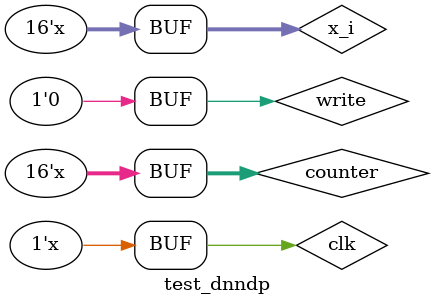
<source format=v>
`timescale 10ns / 10ns


module test_dnndp;

	// Inputs
	reg clk;
	reg [15:0] x_i;
	reg write;

	// Outputs
	wire [31:0] mfc_o;
	wire [4:0] mfc_index;
	wire mfc_dv;
	wire vad_in;

	// Instantiate the Unit Under Test (UUT)
	MFCC uut (
		.clk(clk), 
		.sclk(clk), 
		.x_i(x_i), 
		.write(write), 
		.x_o(mfc_o), 
		.out_index(mfc_index), 
		.dv_out(mfc_dv), 
		.vad(vad_in)
	);
	
	wire signed [10:0] dnn_o;
	wire dnn_dv;

	// Instantiate the Unit Under Test (UUT)
	DNN_main DNN_main (
		.clk(clk), 
		.reset(reset), 
		.vec_in(mfc_o), 
		.dv_in(mfc_dv), 
		.vec_out(dnn_o), 
		.dv_out(dnn_dv)
	);	
	
   wire dp_dv;
	wire vad_out;
	wire active_frame;
	
	DP_main #(.BIT(11),	.HPENALTY(0),	.VPENALTY(0),	.DETECTED(65536),	.TMPSIZE(35) )
		DP_main(
			.clk(clk),
			.reset(reset), 
			.vec_in(dnn_o),
			.dv_in(dnn_dv),
			.vad_in(mfc_vad),
			.result_dv(dp_dv), 
			.result(active_frame),
			.vad_out(vad_out)
			);

	parameter STEP = 2;
	parameter STEP_half=1;
	always begin
		#STEP_half;
		clk<=~clk;
	end
	
	parameter STEP_data=625;
	parameter STEP_data_half=312;
	reg signed [15:0] counter=0;
	always begin
		#STEP_data;
		x_i<=counter;
		counter<=counter+1;
	end
	parameter STEP_write=STEP_data-STEP;
	always begin
		#STEP_write;
		write<=1;
		#STEP;
		write<=0;
	end

	initial begin
		// Initialize Inputs
		clk = 1;
		x_i = 0;
		write = 0;

		// Wait 100 ns for global reset to finish
		#100;
        
		// Add stimulus here

	end
      
endmodule


</source>
